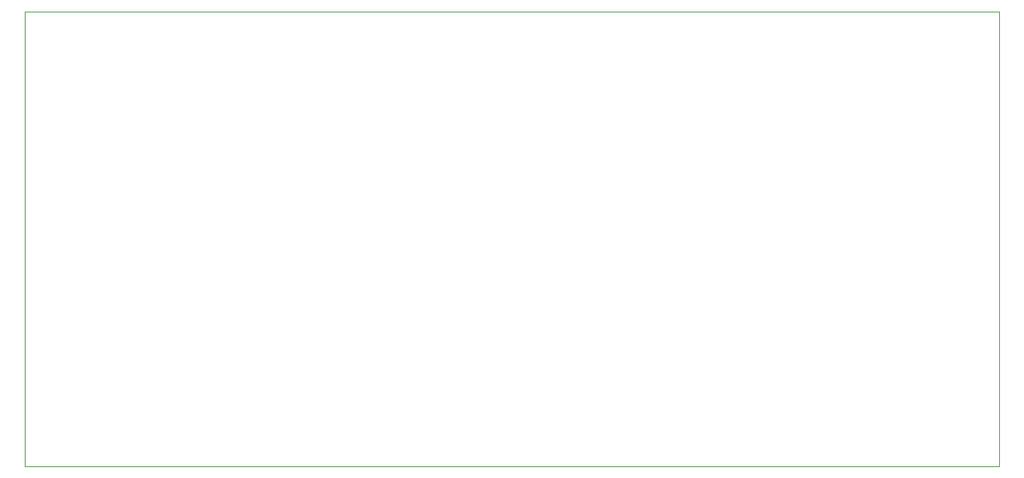
<source format=gbr>
%TF.GenerationSoftware,KiCad,Pcbnew,7.0.5*%
%TF.CreationDate,2024-07-10T14:16:31-04:00*%
%TF.ProjectId,homeWork2,686f6d65-576f-4726-9b32-2e6b69636164,V2*%
%TF.SameCoordinates,Original*%
%TF.FileFunction,Profile,NP*%
%FSLAX46Y46*%
G04 Gerber Fmt 4.6, Leading zero omitted, Abs format (unit mm)*
G04 Created by KiCad (PCBNEW 7.0.5) date 2024-07-10 14:16:31*
%MOMM*%
%LPD*%
G01*
G04 APERTURE LIST*
%TA.AperFunction,Profile*%
%ADD10C,0.100000*%
%TD*%
G04 APERTURE END LIST*
D10*
X50000000Y-50000000D02*
X163062000Y-50000000D01*
X163062000Y-102706000D01*
X50000000Y-102706000D01*
X50000000Y-50000000D01*
M02*

</source>
